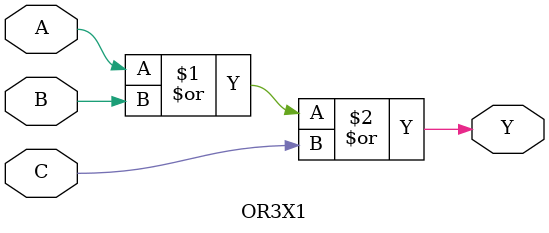
<source format=v>


module OR3X1 (A, B, C, Y );
	input A, B, C;
	output Y;

	assign Y = A | B | C;

endmodule

</source>
